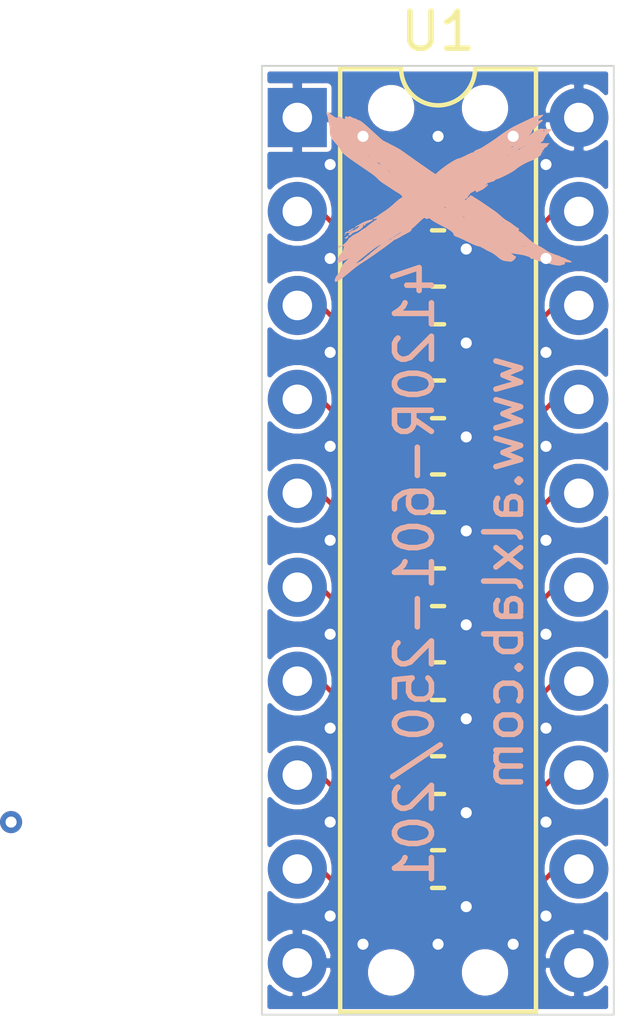
<source format=kicad_pcb>
(kicad_pcb (version 20171130) (host pcbnew "(5.1.6)-1")
  (layers (0 F.Cu signal) (31 B.Cu signal) (34 B.Paste user) (35 F.Paste user) (36 B.SilkS user) (37 F.SilkS user) (38 B.Mask user) (39 F.Mask user) (44 Edge.Cuts user))
  (net 0 "")
  (net 1 GND)
  (net 2 "Net-(C1-Pad1)")
  (net 3 "Net-(C2-Pad1)")
  (net 4 "Net-(C3-Pad1)")
  (net 5 "Net-(C4-Pad1)")
  (net 6 "Net-(C5-Pad1)")
  (net 7 "Net-(C6-Pad1)")
  (net 8 "Net-(C7-Pad1)")
  (net 9 "Net-(C8-Pad1)")
  (net 10 "Net-(R1-Pad1)")
  (net 11 "Net-(R2-Pad2)")
  (net 12 "Net-(R3-Pad1)")
  (net 13 "Net-(R4-Pad2)")
  (net 14 "Net-(R5-Pad1)")
  (net 15 "Net-(R6-Pad2)")
  (net 16 "Net-(R7-Pad1)")
  (net 17 "Net-(R8-Pad2)")
  (net 18 "Net-(R9-Pad1)")
  (net 19 "Net-(R10-Pad2)")
  (net 20 "Net-(R11-Pad1)")
  (net 21 "Net-(R12-Pad2)")
  (net 22 "Net-(R13-Pad1)")
  (net 23 "Net-(R14-Pad2)")
  (net 24 "Net-(R15-Pad1)")
  (net 25 "Net-(R16-Pad2)")
  (module project:MountingHole_1mm (layer F.Cu) (at 147.26412 109.2327)
    (fp_text reference REF** hide)
    (fp_text value MountingHole_1mm)
    (pad "" np_thru_hole circle (at 0 0) (size 1 1) (drill 1) (layers *.Cu *.Mask))
  )
  (module project:MountingHole_1mm (layer F.Cu) (at 144.72412 109.2327)
    (fp_text reference REF** hide)
    (fp_text value MountingHole_1mm)
    (pad "" np_thru_hole circle (at 0 0) (size 1 1) (drill 1) (layers *.Cu *.Mask))
  )
  (module project:MountingHole_1mm (layer F.Cu) (at 147.26412 85.8647)
    (fp_text reference REF** hide)
    (fp_text value MountingHole_1mm)
    (pad "" np_thru_hole circle (at 0 0) (size 1 1) (drill 1) (layers *.Cu *.Mask))
  )
  (module project:MountingHole_1mm (layer F.Cu) (at 144.72412 85.8647)
    (fp_text reference REF** hide)
    (fp_text value MountingHole_1mm)
    (pad "" np_thru_hole circle (at 0 0) (size 1 1) (drill 1) (layers *.Cu *.Mask))
  )
  (module project:logo_7_back (layer F.Cu) (at 145.23212 88.2777 90)
    (fp_text reference G*** hide)
    (fp_text value LOGO hide)
  )
  (module project:DIP-20_W7.62mm (layer F.Cu) (at 142.18412 86.1187)
    (fp_text reference U1 (at 3.81 -2.33) (layer F.SilkS))
    (fp_text value Bourns_Filter_4120R-601-250_201)
    (pad 20 thru_hole oval (at 7.62 0) (size 1.6 1.6) (drill 0.8) (layers *.Cu *.Mask) (net 1 GND))
    (pad 10 thru_hole oval (at 0 22.86) (size 1.6 1.6) (drill 0.8) (layers *.Cu *.Mask) (net 1 GND))
    (pad 19 thru_hole oval (at 7.62 2.54) (size 1.6 1.6) (drill 0.8) (layers *.Cu *.Mask) (net 11 "Net-(R2-Pad2)"))
    (pad 9 thru_hole oval (at 0 20.32) (size 1.6 1.6) (drill 0.8) (layers *.Cu *.Mask) (net 24 "Net-(R15-Pad1)"))
    (pad 18 thru_hole oval (at 7.62 5.08) (size 1.6 1.6) (drill 0.8) (layers *.Cu *.Mask) (net 13 "Net-(R4-Pad2)"))
    (pad 8 thru_hole oval (at 0 17.78) (size 1.6 1.6) (drill 0.8) (layers *.Cu *.Mask) (net 22 "Net-(R13-Pad1)"))
    (pad 17 thru_hole oval (at 7.62 7.62) (size 1.6 1.6) (drill 0.8) (layers *.Cu *.Mask) (net 15 "Net-(R6-Pad2)"))
    (pad 7 thru_hole oval (at 0 15.24) (size 1.6 1.6) (drill 0.8) (layers *.Cu *.Mask) (net 20 "Net-(R11-Pad1)"))
    (pad 16 thru_hole oval (at 7.62 10.16) (size 1.6 1.6) (drill 0.8) (layers *.Cu *.Mask) (net 17 "Net-(R8-Pad2)"))
    (pad 6 thru_hole oval (at 0 12.7) (size 1.6 1.6) (drill 0.8) (layers *.Cu *.Mask) (net 18 "Net-(R9-Pad1)"))
    (pad 15 thru_hole oval (at 7.62 12.7) (size 1.6 1.6) (drill 0.8) (layers *.Cu *.Mask) (net 19 "Net-(R10-Pad2)"))
    (pad 5 thru_hole oval (at 0 10.16) (size 1.6 1.6) (drill 0.8) (layers *.Cu *.Mask) (net 16 "Net-(R7-Pad1)"))
    (pad 14 thru_hole oval (at 7.62 15.24) (size 1.6 1.6) (drill 0.8) (layers *.Cu *.Mask) (net 21 "Net-(R12-Pad2)"))
    (pad 4 thru_hole oval (at 0 7.62) (size 1.6 1.6) (drill 0.8) (layers *.Cu *.Mask) (net 14 "Net-(R5-Pad1)"))
    (pad 13 thru_hole oval (at 7.62 17.78) (size 1.6 1.6) (drill 0.8) (layers *.Cu *.Mask) (net 23 "Net-(R14-Pad2)"))
    (pad 3 thru_hole oval (at 0 5.08) (size 1.6 1.6) (drill 0.8) (layers *.Cu *.Mask) (net 12 "Net-(R3-Pad1)"))
    (pad 12 thru_hole oval (at 7.62 20.32) (size 1.6 1.6) (drill 0.8) (layers *.Cu *.Mask) (net 25 "Net-(R16-Pad2)"))
    (pad 2 thru_hole oval (at 0 2.54) (size 1.6 1.6) (drill 0.8) (layers *.Cu *.Mask) (net 10 "Net-(R1-Pad1)"))
    (pad 11 thru_hole oval (at 7.62 22.86) (size 1.6 1.6) (drill 0.8) (layers *.Cu *.Mask) (net 1 GND))
    (pad 1 thru_hole rect (at 0 0) (size 1.6 1.6) (drill 0.8) (layers *.Cu *.Mask) (net 1 GND))
  )
  (module Resistor_SMD:R_0402_1005Metric (layer F.Cu) (at 148.02612 106.4387 270)
    (fp_text reference R16 hide)
    (fp_text value 25Ω)
    (pad 1 smd roundrect (at -0.485 0 270) (size 0.59 0.64) (layers F.Cu F.Paste F.Mask) (net 9 "Net-(C8-Pad1)"))
    (pad 2 smd roundrect (at 0.485 0 270) (size 0.59 0.64) (layers F.Cu F.Paste F.Mask) (net 25 "Net-(R16-Pad2)"))
  )
  (module Resistor_SMD:R_0402_1005Metric (layer F.Cu) (at 143.96212 106.4387 90)
    (fp_text reference R15 hide)
    (fp_text value 25Ω)
    (pad 1 smd roundrect (at -0.485 0 90) (size 0.59 0.64) (layers F.Cu F.Paste F.Mask) (net 24 "Net-(R15-Pad1)"))
    (pad 2 smd roundrect (at 0.485 0 90) (size 0.59 0.64) (layers F.Cu F.Paste F.Mask) (net 9 "Net-(C8-Pad1)"))
  )
  (module Resistor_SMD:R_0402_1005Metric (layer F.Cu) (at 148.02612 103.8987 270)
    (fp_text reference R14 hide)
    (fp_text value 25Ω)
    (pad 1 smd roundrect (at -0.485 0 270) (size 0.59 0.64) (layers F.Cu F.Paste F.Mask) (net 8 "Net-(C7-Pad1)"))
    (pad 2 smd roundrect (at 0.485 0 270) (size 0.59 0.64) (layers F.Cu F.Paste F.Mask) (net 23 "Net-(R14-Pad2)"))
  )
  (module Resistor_SMD:R_0402_1005Metric (layer F.Cu) (at 143.96212 103.8987 90)
    (fp_text reference R13 hide)
    (fp_text value 25Ω)
    (pad 1 smd roundrect (at -0.485 0 90) (size 0.59 0.64) (layers F.Cu F.Paste F.Mask) (net 22 "Net-(R13-Pad1)"))
    (pad 2 smd roundrect (at 0.485 0 90) (size 0.59 0.64) (layers F.Cu F.Paste F.Mask) (net 8 "Net-(C7-Pad1)"))
  )
  (module Resistor_SMD:R_0402_1005Metric (layer F.Cu) (at 148.02612 101.3587 270)
    (fp_text reference R12 hide)
    (fp_text value 25Ω)
    (pad 1 smd roundrect (at -0.485 0 270) (size 0.59 0.64) (layers F.Cu F.Paste F.Mask) (net 7 "Net-(C6-Pad1)"))
    (pad 2 smd roundrect (at 0.485 0 270) (size 0.59 0.64) (layers F.Cu F.Paste F.Mask) (net 21 "Net-(R12-Pad2)"))
  )
  (module Resistor_SMD:R_0402_1005Metric (layer F.Cu) (at 143.96212 101.3587 90)
    (fp_text reference R11 hide)
    (fp_text value 25Ω)
    (pad 1 smd roundrect (at -0.485 0 90) (size 0.59 0.64) (layers F.Cu F.Paste F.Mask) (net 20 "Net-(R11-Pad1)"))
    (pad 2 smd roundrect (at 0.485 0 90) (size 0.59 0.64) (layers F.Cu F.Paste F.Mask) (net 7 "Net-(C6-Pad1)"))
  )
  (module Resistor_SMD:R_0402_1005Metric (layer F.Cu) (at 148.02612 98.8187 270)
    (fp_text reference R10 hide)
    (fp_text value 25Ω)
    (pad 1 smd roundrect (at -0.485 0 270) (size 0.59 0.64) (layers F.Cu F.Paste F.Mask) (net 6 "Net-(C5-Pad1)"))
    (pad 2 smd roundrect (at 0.485 0 270) (size 0.59 0.64) (layers F.Cu F.Paste F.Mask) (net 19 "Net-(R10-Pad2)"))
  )
  (module Resistor_SMD:R_0402_1005Metric (layer F.Cu) (at 143.96212 98.8187 90)
    (fp_text reference R9 hide)
    (fp_text value 25Ω)
    (pad 1 smd roundrect (at -0.485 0 90) (size 0.59 0.64) (layers F.Cu F.Paste F.Mask) (net 18 "Net-(R9-Pad1)"))
    (pad 2 smd roundrect (at 0.485 0 90) (size 0.59 0.64) (layers F.Cu F.Paste F.Mask) (net 6 "Net-(C5-Pad1)"))
  )
  (module Resistor_SMD:R_0402_1005Metric (layer F.Cu) (at 148.02612 96.2787 270)
    (fp_text reference R8 hide)
    (fp_text value 25Ω)
    (pad 1 smd roundrect (at -0.485 0 270) (size 0.59 0.64) (layers F.Cu F.Paste F.Mask) (net 5 "Net-(C4-Pad1)"))
    (pad 2 smd roundrect (at 0.485 0 270) (size 0.59 0.64) (layers F.Cu F.Paste F.Mask) (net 17 "Net-(R8-Pad2)"))
  )
  (module Resistor_SMD:R_0402_1005Metric (layer F.Cu) (at 143.96212 96.2787 90)
    (fp_text reference R7 hide)
    (fp_text value 25Ω)
    (pad 1 smd roundrect (at -0.485 0 90) (size 0.59 0.64) (layers F.Cu F.Paste F.Mask) (net 16 "Net-(R7-Pad1)"))
    (pad 2 smd roundrect (at 0.485 0 90) (size 0.59 0.64) (layers F.Cu F.Paste F.Mask) (net 5 "Net-(C4-Pad1)"))
  )
  (module Resistor_SMD:R_0402_1005Metric (layer F.Cu) (at 148.02612 93.7387 270)
    (fp_text reference R6 hide)
    (fp_text value 25Ω)
    (pad 1 smd roundrect (at -0.485 0 270) (size 0.59 0.64) (layers F.Cu F.Paste F.Mask) (net 4 "Net-(C3-Pad1)"))
    (pad 2 smd roundrect (at 0.485 0 270) (size 0.59 0.64) (layers F.Cu F.Paste F.Mask) (net 15 "Net-(R6-Pad2)"))
  )
  (module Resistor_SMD:R_0402_1005Metric (layer F.Cu) (at 143.96212 93.7387 90)
    (fp_text reference R5 hide)
    (fp_text value 25Ω)
    (pad 1 smd roundrect (at -0.485 0 90) (size 0.59 0.64) (layers F.Cu F.Paste F.Mask) (net 14 "Net-(R5-Pad1)"))
    (pad 2 smd roundrect (at 0.485 0 90) (size 0.59 0.64) (layers F.Cu F.Paste F.Mask) (net 4 "Net-(C3-Pad1)"))
  )
  (module Resistor_SMD:R_0402_1005Metric (layer F.Cu) (at 148.02612 91.1987 270)
    (fp_text reference R4 hide)
    (fp_text value 25Ω)
    (pad 1 smd roundrect (at -0.485 0 270) (size 0.59 0.64) (layers F.Cu F.Paste F.Mask) (net 3 "Net-(C2-Pad1)"))
    (pad 2 smd roundrect (at 0.485 0 270) (size 0.59 0.64) (layers F.Cu F.Paste F.Mask) (net 13 "Net-(R4-Pad2)"))
  )
  (module Resistor_SMD:R_0402_1005Metric (layer F.Cu) (at 143.96212 91.1987 90)
    (fp_text reference R3 hide)
    (fp_text value 25Ω)
    (pad 1 smd roundrect (at -0.485 0 90) (size 0.59 0.64) (layers F.Cu F.Paste F.Mask) (net 12 "Net-(R3-Pad1)"))
    (pad 2 smd roundrect (at 0.485 0 90) (size 0.59 0.64) (layers F.Cu F.Paste F.Mask) (net 3 "Net-(C2-Pad1)"))
  )
  (module Resistor_SMD:R_0402_1005Metric (layer F.Cu) (at 148.02612 88.6587 270)
    (fp_text reference R2 hide)
    (fp_text value 25Ω)
    (pad 1 smd roundrect (at -0.485 0 270) (size 0.59 0.64) (layers F.Cu F.Paste F.Mask) (net 2 "Net-(C1-Pad1)"))
    (pad 2 smd roundrect (at 0.485 0 270) (size 0.59 0.64) (layers F.Cu F.Paste F.Mask) (net 11 "Net-(R2-Pad2)"))
  )
  (module Resistor_SMD:R_0402_1005Metric (layer F.Cu) (at 143.96212 88.6587 90)
    (fp_text reference R1 hide)
    (fp_text value 25Ω)
    (pad 1 smd roundrect (at -0.485 0 90) (size 0.59 0.64) (layers F.Cu F.Paste F.Mask) (net 10 "Net-(R1-Pad1)"))
    (pad 2 smd roundrect (at 0.485 0 90) (size 0.59 0.64) (layers F.Cu F.Paste F.Mask) (net 2 "Net-(C1-Pad1)"))
  )
  (module Capacitor_SMD:C_0603_1608Metric (layer F.Cu) (at 145.99412 106.4387)
    (fp_text reference C8 hide)
    (fp_text value 200pF)
    (pad 2 smd roundrect (at 0.7875 0) (size 0.875 0.95) (layers F.Cu F.Paste F.Mask) (net 1 GND))
    (pad 1 smd roundrect (at -0.7875 0) (size 0.875 0.95) (layers F.Cu F.Paste F.Mask) (net 9 "Net-(C8-Pad1)"))
  )
  (module Capacitor_SMD:C_0603_1608Metric (layer F.Cu) (at 145.99412 103.8987)
    (fp_text reference C7 hide)
    (fp_text value 200pF)
    (pad 2 smd roundrect (at 0.7875 0) (size 0.875 0.95) (layers F.Cu F.Paste F.Mask) (net 1 GND))
    (pad 1 smd roundrect (at -0.7875 0) (size 0.875 0.95) (layers F.Cu F.Paste F.Mask) (net 8 "Net-(C7-Pad1)"))
  )
  (module Capacitor_SMD:C_0603_1608Metric (layer F.Cu) (at 145.99412 101.3587)
    (fp_text reference C6 hide)
    (fp_text value 200pF)
    (pad 2 smd roundrect (at 0.7875 0) (size 0.875 0.95) (layers F.Cu F.Paste F.Mask) (net 1 GND))
    (pad 1 smd roundrect (at -0.7875 0) (size 0.875 0.95) (layers F.Cu F.Paste F.Mask) (net 7 "Net-(C6-Pad1)"))
  )
  (module Capacitor_SMD:C_0603_1608Metric (layer F.Cu) (at 145.99412 98.8187)
    (fp_text reference C5 hide)
    (fp_text value 200pF)
    (pad 2 smd roundrect (at 0.7875 0) (size 0.875 0.95) (layers F.Cu F.Paste F.Mask) (net 1 GND))
    (pad 1 smd roundrect (at -0.7875 0) (size 0.875 0.95) (layers F.Cu F.Paste F.Mask) (net 6 "Net-(C5-Pad1)"))
  )
  (module Capacitor_SMD:C_0603_1608Metric (layer F.Cu) (at 145.99412 96.2787)
    (fp_text reference C4 hide)
    (fp_text value 200pF)
    (pad 2 smd roundrect (at 0.7875 0) (size 0.875 0.95) (layers F.Cu F.Paste F.Mask) (net 1 GND))
    (pad 1 smd roundrect (at -0.7875 0) (size 0.875 0.95) (layers F.Cu F.Paste F.Mask) (net 5 "Net-(C4-Pad1)"))
  )
  (module Capacitor_SMD:C_0603_1608Metric (layer F.Cu) (at 145.99412 93.7387)
    (fp_text reference C3 hide)
    (fp_text value 200pF)
    (pad 2 smd roundrect (at 0.7875 0) (size 0.875 0.95) (layers F.Cu F.Paste F.Mask) (net 1 GND))
    (pad 1 smd roundrect (at -0.7875 0) (size 0.875 0.95) (layers F.Cu F.Paste F.Mask) (net 4 "Net-(C3-Pad1)"))
  )
  (module Capacitor_SMD:C_0603_1608Metric (layer F.Cu) (at 145.99412 91.1987)
    (fp_text reference C2 hide)
    (fp_text value 200pF)
    (pad 2 smd roundrect (at 0.7875 0) (size 0.875 0.95) (layers F.Cu F.Paste F.Mask) (net 1 GND))
    (pad 1 smd roundrect (at -0.7875 0) (size 0.875 0.95) (layers F.Cu F.Paste F.Mask) (net 3 "Net-(C2-Pad1)"))
  )
  (module Capacitor_SMD:C_0603_1608Metric (layer F.Cu) (at 145.99412 88.6587)
    (fp_text reference C1 hide)
    (fp_text value 200pF)
    (pad 2 smd roundrect (at 0.7875 0) (size 0.875 0.95) (layers F.Cu F.Paste F.Mask) (net 1 GND))
    (pad 1 smd roundrect (at -0.7875 0) (size 0.875 0.95) (layers F.Cu F.Paste F.Mask) (net 2 "Net-(C1-Pad1)"))
  )
  (gr_text www.alxlab.com (at 147.77212 98.4377 90) (layer B.SilkS) (effects (font (size 1 1)) (justify mirror)))
  (gr_text 4120R-601-250/201 (at 145.35912 98.4377 90) (layer B.SilkS) (effects (font (size 1 1)) (justify mirror)))
  (gr_line (start 141.224 110.3757) (end 141.224 84.7217) (layer Edge.Cuts) (width 0.05))
  (gr_line (start 150.749 110.3757) (end 141.224 110.3757) (layer Edge.Cuts) (width 0.05))
  (gr_line (start 150.749 84.7217) (end 150.749 110.3757) (layer Edge.Cuts) (width 0.05))
  (gr_line (start 141.224 84.7217) (end 150.749 84.7217) (layer Edge.Cuts) (width 0.05))
  (via (at 134.43712 105.1687) (size 0.6) (drill 0.3) (layers F.Cu B.Cu) (net 0))
  (via (at 146.75612 89.6747) (size 0.6) (drill 0.3) (layers F.Cu B.Cu) (net 1))
  (segment (start 146.78162 89.6492) (end 146.75612 89.6747) (width 0.127) (layer F.Cu) (net 1))
  (segment (start 146.78162 88.6587) (end 146.78162 89.6492) (width 0.127) (layer F.Cu) (net 1))
  (segment (start 146.78162 91.1987) (end 146.78162 92.1892) (width 0.127) (layer F.Cu) (net 1))
  (via (at 146.75612 92.2147) (size 0.6) (drill 0.3) (layers F.Cu B.Cu) (net 1))
  (segment (start 146.78162 93.7387) (end 146.78162 94.7292) (width 0.127) (layer F.Cu) (net 1))
  (via (at 146.75612 94.7547) (size 0.6) (drill 0.3) (layers F.Cu B.Cu) (net 1))
  (segment (start 146.78162 96.2787) (end 146.78162 97.2692) (width 0.127) (layer F.Cu) (net 1))
  (via (at 146.75612 97.2947) (size 0.6) (drill 0.3) (layers F.Cu B.Cu) (net 1))
  (segment (start 146.78162 98.8187) (end 146.78162 99.8092) (width 0.127) (layer F.Cu) (net 1))
  (via (at 146.75612 99.8347) (size 0.6) (drill 0.3) (layers F.Cu B.Cu) (net 1))
  (segment (start 146.78162 101.3587) (end 146.78162 102.3492) (width 0.127) (layer F.Cu) (net 1))
  (via (at 146.75612 102.3747) (size 0.6) (drill 0.3) (layers F.Cu B.Cu) (net 1))
  (segment (start 146.78162 103.8987) (end 146.78162 104.8892) (width 0.127) (layer F.Cu) (net 1))
  (via (at 146.75612 104.9147) (size 0.6) (drill 0.3) (layers F.Cu B.Cu) (net 1))
  (segment (start 146.78162 106.4387) (end 146.78162 107.4292) (width 0.127) (layer F.Cu) (net 1))
  (via (at 146.75612 107.4547) (size 0.6) (drill 0.3) (layers F.Cu B.Cu) (net 1))
  (via (at 148.91512 89.9287) (size 0.6) (drill 0.3) (layers F.Cu B.Cu) (net 1))
  (via (at 143.07312 89.9287) (size 0.6) (drill 0.3) (layers F.Cu B.Cu) (net 1))
  (via (at 148.02612 86.6267) (size 0.6) (drill 0.3) (layers F.Cu B.Cu) (net 1))
  (via (at 145.99412 86.6267) (size 0.6) (drill 0.3) (layers F.Cu B.Cu) (net 1))
  (via (at 143.96212 86.6267) (size 0.6) (drill 0.3) (layers F.Cu B.Cu) (net 1))
  (via (at 143.07312 92.4687) (size 0.6) (drill 0.3) (layers F.Cu B.Cu) (net 1))
  (via (at 143.07312 95.0087) (size 0.6) (drill 0.3) (layers F.Cu B.Cu) (net 1))
  (via (at 143.07312 97.5487) (size 0.6) (drill 0.3) (layers F.Cu B.Cu) (net 1))
  (via (at 143.07312 100.0887) (size 0.6) (drill 0.3) (layers F.Cu B.Cu) (net 1))
  (via (at 143.07312 102.6287) (size 0.6) (drill 0.3) (layers F.Cu B.Cu) (net 1))
  (via (at 143.07312 105.1687) (size 0.6) (drill 0.3) (layers F.Cu B.Cu) (net 1))
  (via (at 143.96212 108.4707) (size 0.6) (drill 0.3) (layers F.Cu B.Cu) (net 1))
  (via (at 145.99412 108.4707) (size 0.6) (drill 0.3) (layers F.Cu B.Cu) (net 1))
  (via (at 148.02612 108.4707) (size 0.6) (drill 0.3) (layers F.Cu B.Cu) (net 1))
  (via (at 148.91512 92.4687) (size 0.6) (drill 0.3) (layers F.Cu B.Cu) (net 1))
  (via (at 148.91512 95.0087) (size 0.6) (drill 0.3) (layers F.Cu B.Cu) (net 1))
  (via (at 148.91512 97.5487) (size 0.6) (drill 0.3) (layers F.Cu B.Cu) (net 1))
  (via (at 148.91512 100.0887) (size 0.6) (drill 0.3) (layers F.Cu B.Cu) (net 1))
  (via (at 148.91512 102.6287) (size 0.6) (drill 0.3) (layers F.Cu B.Cu) (net 1))
  (via (at 148.91512 105.1687) (size 0.6) (drill 0.3) (layers F.Cu B.Cu) (net 1))
  (via (at 148.91512 87.3887) (size 0.6) (drill 0.3) (layers F.Cu B.Cu) (net 1))
  (via (at 143.07312 87.3887) (size 0.6) (drill 0.3) (layers F.Cu B.Cu) (net 1))
  (via (at 143.07312 107.7087) (size 0.6) (drill 0.3) (layers F.Cu B.Cu) (net 1))
  (via (at 148.91512 107.7087) (size 0.6) (drill 0.3) (layers F.Cu B.Cu) (net 1))
  (segment (start 144.72162 88.1737) (end 145.20662 88.6587) (width 0.127) (layer F.Cu) (net 2))
  (segment (start 143.96212 88.1737) (end 144.72162 88.1737) (width 0.127) (layer F.Cu) (net 2))
  (segment (start 145.20662 88.6587) (end 145.23212 88.6587) (width 0.127) (layer F.Cu) (net 2))
  (segment (start 145.23212 88.6587) (end 145.99412 87.8967) (width 0.127) (layer F.Cu) (net 2))
  (segment (start 147.74912 87.8967) (end 148.02612 88.1737) (width 0.127) (layer F.Cu) (net 2))
  (segment (start 145.99412 87.8967) (end 147.74912 87.8967) (width 0.127) (layer F.Cu) (net 2))
  (segment (start 145.99412 90.4367) (end 147.74912 90.4367) (width 0.127) (layer F.Cu) (net 3))
  (segment (start 147.74912 90.4367) (end 148.02612 90.7137) (width 0.127) (layer F.Cu) (net 3))
  (segment (start 145.23212 91.1987) (end 145.99412 90.4367) (width 0.127) (layer F.Cu) (net 3))
  (segment (start 144.72162 90.7137) (end 145.20662 91.1987) (width 0.127) (layer F.Cu) (net 3))
  (segment (start 143.96212 90.7137) (end 144.72162 90.7137) (width 0.127) (layer F.Cu) (net 3))
  (segment (start 145.99412 92.9767) (end 147.74912 92.9767) (width 0.127) (layer F.Cu) (net 4))
  (segment (start 147.74912 92.9767) (end 148.02612 93.2537) (width 0.127) (layer F.Cu) (net 4))
  (segment (start 145.23212 93.7387) (end 145.99412 92.9767) (width 0.127) (layer F.Cu) (net 4))
  (segment (start 144.72162 93.2537) (end 145.20662 93.7387) (width 0.127) (layer F.Cu) (net 4))
  (segment (start 143.96212 93.2537) (end 144.72162 93.2537) (width 0.127) (layer F.Cu) (net 4))
  (segment (start 145.99412 95.5167) (end 147.74912 95.5167) (width 0.127) (layer F.Cu) (net 5))
  (segment (start 147.74912 95.5167) (end 148.02612 95.7937) (width 0.127) (layer F.Cu) (net 5))
  (segment (start 145.23212 96.2787) (end 145.99412 95.5167) (width 0.127) (layer F.Cu) (net 5))
  (segment (start 144.72162 95.7937) (end 145.20662 96.2787) (width 0.127) (layer F.Cu) (net 5))
  (segment (start 143.96212 95.7937) (end 144.72162 95.7937) (width 0.127) (layer F.Cu) (net 5))
  (segment (start 145.99412 98.0567) (end 147.74912 98.0567) (width 0.127) (layer F.Cu) (net 6))
  (segment (start 147.74912 98.0567) (end 148.02612 98.3337) (width 0.127) (layer F.Cu) (net 6))
  (segment (start 145.23212 98.8187) (end 145.99412 98.0567) (width 0.127) (layer F.Cu) (net 6))
  (segment (start 144.72162 98.3337) (end 145.20662 98.8187) (width 0.127) (layer F.Cu) (net 6))
  (segment (start 143.96212 98.3337) (end 144.72162 98.3337) (width 0.127) (layer F.Cu) (net 6))
  (segment (start 145.99412 100.5967) (end 147.74912 100.5967) (width 0.127) (layer F.Cu) (net 7))
  (segment (start 147.74912 100.5967) (end 148.02612 100.8737) (width 0.127) (layer F.Cu) (net 7))
  (segment (start 145.23212 101.3587) (end 145.99412 100.5967) (width 0.127) (layer F.Cu) (net 7))
  (segment (start 144.72162 100.8737) (end 145.20662 101.3587) (width 0.127) (layer F.Cu) (net 7))
  (segment (start 143.96212 100.8737) (end 144.72162 100.8737) (width 0.127) (layer F.Cu) (net 7))
  (segment (start 145.99412 103.1367) (end 147.74912 103.1367) (width 0.127) (layer F.Cu) (net 8))
  (segment (start 147.74912 103.1367) (end 148.02612 103.4137) (width 0.127) (layer F.Cu) (net 8))
  (segment (start 145.23212 103.8987) (end 145.99412 103.1367) (width 0.127) (layer F.Cu) (net 8))
  (segment (start 144.72162 103.4137) (end 145.20662 103.8987) (width 0.127) (layer F.Cu) (net 8))
  (segment (start 143.96212 103.4137) (end 144.72162 103.4137) (width 0.127) (layer F.Cu) (net 8))
  (segment (start 145.99412 105.6767) (end 147.74912 105.6767) (width 0.127) (layer F.Cu) (net 9))
  (segment (start 147.74912 105.6767) (end 148.02612 105.9537) (width 0.127) (layer F.Cu) (net 9))
  (segment (start 145.23212 106.4387) (end 145.99412 105.6767) (width 0.127) (layer F.Cu) (net 9))
  (segment (start 144.72162 105.9537) (end 145.20662 106.4387) (width 0.127) (layer F.Cu) (net 9))
  (segment (start 143.96212 105.9537) (end 144.72162 105.9537) (width 0.127) (layer F.Cu) (net 9))
  (segment (start 142.18412 88.6587) (end 142.81912 88.6587) (width 0.127) (layer F.Cu) (net 10))
  (segment (start 143.30412 89.1437) (end 143.96212 89.1437) (width 0.127) (layer F.Cu) (net 10))
  (segment (start 142.81912 88.6587) (end 143.30412 89.1437) (width 0.127) (layer F.Cu) (net 10))
  (segment (start 149.80412 88.6587) (end 149.16912 88.6587) (width 0.127) (layer F.Cu) (net 11))
  (segment (start 148.68412 89.1437) (end 148.02612 89.1437) (width 0.127) (layer F.Cu) (net 11))
  (segment (start 149.16912 88.6587) (end 148.68412 89.1437) (width 0.127) (layer F.Cu) (net 11))
  (segment (start 142.81912 91.1987) (end 143.30412 91.6837) (width 0.127) (layer F.Cu) (net 12))
  (segment (start 143.30412 91.6837) (end 143.96212 91.6837) (width 0.127) (layer F.Cu) (net 12))
  (segment (start 142.18412 91.1987) (end 142.81912 91.1987) (width 0.127) (layer F.Cu) (net 12))
  (segment (start 149.16912 91.1987) (end 148.68412 91.6837) (width 0.127) (layer F.Cu) (net 13))
  (segment (start 149.80412 91.1987) (end 149.16912 91.1987) (width 0.127) (layer F.Cu) (net 13))
  (segment (start 148.68412 91.6837) (end 148.02612 91.6837) (width 0.127) (layer F.Cu) (net 13))
  (segment (start 142.81912 93.7387) (end 143.30412 94.2237) (width 0.127) (layer F.Cu) (net 14))
  (segment (start 143.30412 94.2237) (end 143.96212 94.2237) (width 0.127) (layer F.Cu) (net 14))
  (segment (start 142.18412 93.7387) (end 142.81912 93.7387) (width 0.127) (layer F.Cu) (net 14))
  (segment (start 149.16912 93.7387) (end 148.68412 94.2237) (width 0.127) (layer F.Cu) (net 15))
  (segment (start 149.80412 93.7387) (end 149.16912 93.7387) (width 0.127) (layer F.Cu) (net 15))
  (segment (start 148.68412 94.2237) (end 148.02612 94.2237) (width 0.127) (layer F.Cu) (net 15))
  (segment (start 142.81912 96.2787) (end 143.30412 96.7637) (width 0.127) (layer F.Cu) (net 16))
  (segment (start 143.30412 96.7637) (end 143.96212 96.7637) (width 0.127) (layer F.Cu) (net 16))
  (segment (start 142.18412 96.2787) (end 142.81912 96.2787) (width 0.127) (layer F.Cu) (net 16))
  (segment (start 149.16912 96.2787) (end 148.68412 96.7637) (width 0.127) (layer F.Cu) (net 17))
  (segment (start 149.80412 96.2787) (end 149.16912 96.2787) (width 0.127) (layer F.Cu) (net 17))
  (segment (start 148.68412 96.7637) (end 148.02612 96.7637) (width 0.127) (layer F.Cu) (net 17))
  (segment (start 142.81912 98.8187) (end 143.30412 99.3037) (width 0.127) (layer F.Cu) (net 18))
  (segment (start 143.30412 99.3037) (end 143.96212 99.3037) (width 0.127) (layer F.Cu) (net 18))
  (segment (start 142.18412 98.8187) (end 142.81912 98.8187) (width 0.127) (layer F.Cu) (net 18))
  (segment (start 149.16912 98.8187) (end 148.68412 99.3037) (width 0.127) (layer F.Cu) (net 19))
  (segment (start 149.80412 98.8187) (end 149.16912 98.8187) (width 0.127) (layer F.Cu) (net 19))
  (segment (start 148.68412 99.3037) (end 148.02612 99.3037) (width 0.127) (layer F.Cu) (net 19))
  (segment (start 142.81912 101.3587) (end 143.30412 101.8437) (width 0.127) (layer F.Cu) (net 20))
  (segment (start 143.30412 101.8437) (end 143.96212 101.8437) (width 0.127) (layer F.Cu) (net 20))
  (segment (start 142.18412 101.3587) (end 142.81912 101.3587) (width 0.127) (layer F.Cu) (net 20))
  (segment (start 149.16912 101.3587) (end 148.68412 101.8437) (width 0.127) (layer F.Cu) (net 21))
  (segment (start 149.80412 101.3587) (end 149.16912 101.3587) (width 0.127) (layer F.Cu) (net 21))
  (segment (start 148.68412 101.8437) (end 148.02612 101.8437) (width 0.127) (layer F.Cu) (net 21))
  (segment (start 142.81912 103.8987) (end 143.30412 104.3837) (width 0.127) (layer F.Cu) (net 22))
  (segment (start 143.30412 104.3837) (end 143.96212 104.3837) (width 0.127) (layer F.Cu) (net 22))
  (segment (start 142.18412 103.8987) (end 142.81912 103.8987) (width 0.127) (layer F.Cu) (net 22))
  (segment (start 149.16912 103.8987) (end 148.68412 104.3837) (width 0.127) (layer F.Cu) (net 23))
  (segment (start 149.80412 103.8987) (end 149.16912 103.8987) (width 0.127) (layer F.Cu) (net 23))
  (segment (start 148.68412 104.3837) (end 148.02612 104.3837) (width 0.127) (layer F.Cu) (net 23))
  (segment (start 142.81912 106.4387) (end 143.30412 106.9237) (width 0.127) (layer F.Cu) (net 24))
  (segment (start 143.30412 106.9237) (end 143.96212 106.9237) (width 0.127) (layer F.Cu) (net 24))
  (segment (start 142.18412 106.4387) (end 142.81912 106.4387) (width 0.127) (layer F.Cu) (net 24))
  (segment (start 149.16912 106.4387) (end 148.68412 106.9237) (width 0.127) (layer F.Cu) (net 25))
  (segment (start 149.80412 106.4387) (end 149.16912 106.4387) (width 0.127) (layer F.Cu) (net 25))
  (segment (start 148.68412 106.9237) (end 148.02612 106.9237) (width 0.127) (layer F.Cu) (net 25))
  (zone (net 1) (net_name GND) (layer B.Cu) (connect_pads (clearance 0.127)) (min_thickness 0.127) (fill yes (arc_segments 32) (thermal_gap 0.127) (thermal_bridge_width 0.254))
    (polygon (pts (xy 151.07412 110.6297) (xy 140.91412 110.6297) (xy 140.91412 84.3407) (xy 151.07412 84.3407)))
  )
  (zone (net 1) (net_name GND) (layer F.Cu) (connect_pads (clearance 0.127)) (min_thickness 0.127) (fill yes (arc_segments 32) (thermal_gap 0.127) (thermal_bridge_width 0.254))
    (polygon (pts (xy 151.07412 110.6297) (xy 140.91412 110.6297) (xy 140.91412 84.3407) (xy 151.07412 84.3407)))
  )
)
</source>
